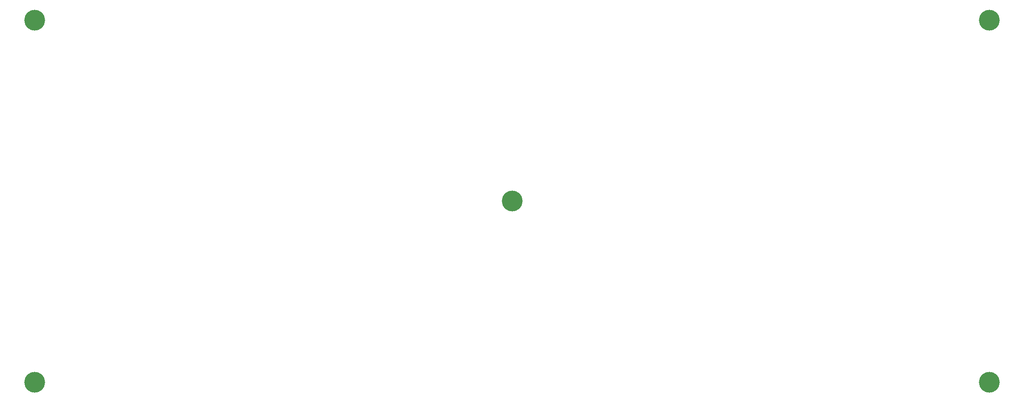
<source format=gbr>
G04 #@! TF.GenerationSoftware,KiCad,Pcbnew,(5.1.4)-1*
G04 #@! TF.CreationDate,2020-10-26T08:25:04-07:00*
G04 #@! TF.ProjectId,bottom plate,626f7474-6f6d-4207-906c-6174652e6b69,rev?*
G04 #@! TF.SameCoordinates,Original*
G04 #@! TF.FileFunction,Copper,L2,Bot*
G04 #@! TF.FilePolarity,Positive*
%FSLAX46Y46*%
G04 Gerber Fmt 4.6, Leading zero omitted, Abs format (unit mm)*
G04 Created by KiCad (PCBNEW (5.1.4)-1) date 2020-10-26 08:25:04*
%MOMM*%
%LPD*%
G04 APERTURE LIST*
%ADD10C,0.500000*%
%ADD11C,4.000000*%
G04 APERTURE END LIST*
D10*
X115360000Y-54502500D03*
X113240000Y-54502500D03*
X113240000Y-56622500D03*
X115360000Y-56622500D03*
X114300000Y-54062500D03*
X114300000Y-57062500D03*
X112800000Y-55562500D03*
X115800000Y-55562500D03*
D11*
X114300000Y-55562500D03*
D10*
X207435000Y-89427500D03*
X205315000Y-89427500D03*
X205315000Y-91547500D03*
X207435000Y-91547500D03*
X206375000Y-88987500D03*
X206375000Y-91987500D03*
X204875000Y-90487500D03*
X207875000Y-90487500D03*
D11*
X206375000Y-90487500D03*
D10*
X207435000Y-19577500D03*
X205315000Y-19577500D03*
X205315000Y-21697500D03*
X207435000Y-21697500D03*
X206375000Y-19137500D03*
X206375000Y-22137500D03*
X204875000Y-20637500D03*
X207875000Y-20637500D03*
D11*
X206375000Y-20637500D03*
D10*
X23285000Y-19577500D03*
X21165000Y-19577500D03*
X21165000Y-21697500D03*
X23285000Y-21697500D03*
X22225000Y-19137500D03*
X22225000Y-22137500D03*
X20725000Y-20637500D03*
X23725000Y-20637500D03*
D11*
X22225000Y-20637500D03*
D10*
X23285000Y-89427500D03*
X21165000Y-89427500D03*
X21165000Y-91547500D03*
X23285000Y-91547500D03*
X22225000Y-88987500D03*
X22225000Y-91987500D03*
X20725000Y-90487500D03*
X23725000Y-90487500D03*
D11*
X22225000Y-90487500D03*
M02*

</source>
